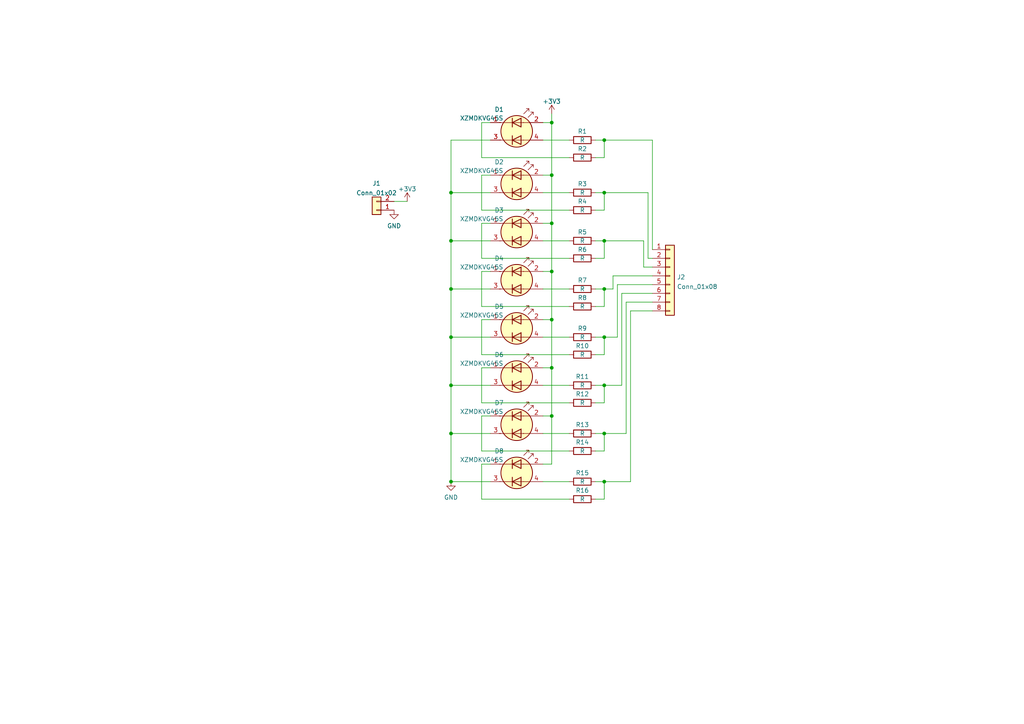
<source format=kicad_sch>
(kicad_sch (version 20211123) (generator eeschema)
  (paper "A4")
  (lib_symbols
    (symbol "Connector_Generic:Conn_01x02" (pin_names (offset 1.016) hide)
      (property "Reference" "J" (at 0 2.54 0))
      (property "Value" "Conn_01x02" (at 0 -5.08 0))
      (symbol "Conn_01x02_1_1"
        (rectangle (start -1.27 -2.413) (end 0 -2.667) (stroke (width 0.1524)))
        (rectangle (start -1.27 0.127) (end 0 -0.127) (stroke (width 0.1524)))
        (rectangle (start -1.27 1.27) (end 1.27 -3.81) (stroke (width 0.254)) (fill (type background)))
        (pin passive line (at -5.08 0 0) (length 3.81) (name "Pin_1") (number "1"))
        (pin passive line (at -5.08 -2.54 0) (length 3.81) (name "Pin_2") (number "2"))
      )
    )
    (symbol "Connector_Generic:Conn_01x08" (pin_names (offset 1.016) hide)
      (property "Reference" "J" (at 0 10.16 0))
      (property "Value" "Conn_01x08" (at 0 -12.7 0))
      (symbol "Conn_01x08_1_1"
        (rectangle (start -1.27 -10.033) (end 0 -10.287) (stroke (width 0.1524)))
        (rectangle (start -1.27 -7.493) (end 0 -7.747) (stroke (width 0.1524)))
        (rectangle (start -1.27 -4.953) (end 0 -5.207) (stroke (width 0.1524)))
        (rectangle (start -1.27 -2.413) (end 0 -2.667) (stroke (width 0.1524)))
        (rectangle (start -1.27 0.127) (end 0 -0.127) (stroke (width 0.1524)))
        (rectangle (start -1.27 2.667) (end 0 2.413) (stroke (width 0.1524)))
        (rectangle (start -1.27 5.207) (end 0 4.953) (stroke (width 0.1524)))
        (rectangle (start -1.27 7.747) (end 0 7.493) (stroke (width 0.1524)))
        (rectangle (start -1.27 8.89) (end 1.27 -11.43) (stroke (width 0.254)) (fill (type background)))
        (pin passive line (at -5.08 7.62 0) (length 3.81) (name "Pin_1") (number "1"))
        (pin passive line (at -5.08 5.08 0) (length 3.81) (name "Pin_2") (number "2"))
        (pin passive line (at -5.08 2.54 0) (length 3.81) (name "Pin_3") (number "3"))
        (pin passive line (at -5.08 0 0) (length 3.81) (name "Pin_4") (number "4"))
        (pin passive line (at -5.08 -2.54 0) (length 3.81) (name "Pin_5") (number "5"))
        (pin passive line (at -5.08 -5.08 0) (length 3.81) (name "Pin_6") (number "6"))
        (pin passive line (at -5.08 -7.62 0) (length 3.81) (name "Pin_7") (number "7"))
        (pin passive line (at -5.08 -10.16 0) (length 3.81) (name "Pin_8") (number "8"))
      )
    )
    (symbol "Device:LED_Dual_KAKA" (pin_names (offset 0) hide)
      (property "Reference" "D" (at 0 5.715 0))
      (property "Value" "LED_Dual_KAKA" (at 0 -6.35 0))
      (symbol "LED_Dual_KAKA_0_1"
        (polyline (pts (xy -5.08 -2.54) (xy 2.032 -2.54)))
        (polyline (pts (xy -5.08 2.54) (xy 2.032 2.54)))
        (polyline (pts (xy -1.27 -1.27) (xy -1.27 -3.81)) (stroke (width 0.254)))
        (polyline (pts (xy -1.27 3.81) (xy -1.27 1.27)) (stroke (width 0.254)))
        (polyline (pts (xy 3.81 -2.54) (xy 1.905 -2.54)))
        (polyline (pts (xy 3.81 2.54) (xy 1.905 2.54)))
        (polyline (pts (xy 1.27 -1.27) (xy 1.27 -3.81) (xy -1.27 -2.54) (xy 1.27 -1.27)) (stroke (width 0.254)))
        (polyline (pts (xy 1.27 3.81) (xy 1.27 1.27) (xy -1.27 2.54) (xy 1.27 3.81)) (stroke (width 0.254)))
        (polyline (pts (xy 2.032 5.08) (xy 3.556 6.604) (xy 2.794 6.604) (xy 3.556 6.604) (xy 3.556 5.842)))
        (polyline (pts (xy 3.302 4.064) (xy 4.826 5.588) (xy 4.064 5.588) (xy 4.826 5.588) (xy 4.826 4.826)))
        (circle (center 0 0) (radius 4.572) (stroke (width 0.254)) (fill (type background)))
      )
      (symbol "LED_Dual_KAKA_1_1"
        (pin input line (at -7.62 2.54 0) (length 3.048) (name "A1") (number "1"))
        (pin input line (at 7.62 2.54 180) (length 3.81) (name "K1") (number "2"))
        (pin input line (at -7.62 -2.54 0) (length 3.048) (name "A2") (number "3"))
        (pin input line (at 7.62 -2.54 180) (length 3.81) (name "K2") (number "4"))
      )
    )
    (symbol "Device:R" (pin_numbers hide) (pin_names (offset 0))
      (property "Reference" "R" (at 2.032 0 90))
      (property "Value" "R" (at 0 0 90))
      (symbol "R_0_1"
        (rectangle (start -1.016 -2.54) (end 1.016 2.54) (stroke (width 0.254)))
      )
      (symbol "R_1_1"
        (pin passive line (at 0 3.81 270) (length 1.27) (name "~") (number "1"))
        (pin passive line (at 0 -3.81 90) (length 1.27) (name "~") (number "2"))
      )
    )
    (symbol "power:+3.3V" (power) (pin_names (offset 0))
      (property "Value" "+3.3V" (at 0 3.556 0))
      (symbol "+3.3V_0_1"
        (polyline (pts (xy -0.762 1.27) (xy 0 2.54)))
        (polyline (pts (xy 0 0) (xy 0 2.54)))
        (polyline (pts (xy 0 2.54) (xy 0.762 1.27)))
      )
      (symbol "+3.3V_1_1"
        (pin power_in line (at 0 0 90) (length 0) hide (name "+3V3") (number "1"))
      )
    )
    (symbol "power:GND" (power) (pin_names (offset 0))
      (property "Value" "GND" (at 0 -3.81 0))
      (symbol "GND_0_1"
        (polyline (pts (xy 0 0) (xy 0 -1.27) (xy 1.27 -1.27) (xy 0 -2.54) (xy -1.27 -1.27) (xy 0 -1.27)))
      )
      (symbol "GND_1_1"
        (pin power_in line (at 0 0 270) (length 0) hide (name "GND") (number "1"))
      )
    )
  )
  (junction (at 130.81 111.76))
  (junction (at 130.81 97.79))
  (junction (at 160.02 50.8))
  (junction (at 175.26 40.64))
  (junction (at 160.02 35.56))
  (junction (at 130.81 139.7))
  (junction (at 175.26 125.73))
  (junction (at 130.81 69.85))
  (junction (at 160.02 78.74))
  (junction (at 175.26 55.88))
  (junction (at 130.81 55.88))
  (junction (at 130.81 83.82))
  (junction (at 130.81 125.73))
  (junction (at 175.26 139.7))
  (junction (at 175.26 83.82))
  (junction (at 175.26 69.85))
  (junction (at 175.26 97.79))
  (junction (at 160.02 92.71))
  (junction (at 160.02 106.68))
  (junction (at 160.02 120.65))
  (junction (at 160.02 64.77))
  (junction (at 175.26 111.76))
  (wire (pts (xy 130.81 97.79) (xy 142.24 97.79)))
  (wire (pts (xy 139.7 88.9) (xy 139.7 78.74)))
  (wire (pts (xy 175.26 83.82) (xy 177.8 83.82)))
  (wire (pts (xy 175.26 97.79) (xy 179.07 97.79)))
  (wire (pts (xy 187.96 74.93) (xy 187.96 55.88)))
  (wire (pts (xy 160.02 106.68) (xy 160.02 120.65)))
  (wire (pts (xy 175.26 45.72) (xy 175.26 40.64)))
  (wire (pts (xy 139.7 35.56) (xy 142.24 35.56)))
  (wire (pts (xy 165.1 45.72) (xy 139.7 45.72)))
  (wire (pts (xy 165.1 88.9) (xy 139.7 88.9)))
  (wire (pts (xy 186.69 69.85) (xy 186.69 77.47)))
  (wire (pts (xy 118.11 58.42) (xy 114.3 58.42)))
  (wire (pts (xy 139.7 144.78) (xy 139.7 134.62)))
  (wire (pts (xy 189.23 72.39) (xy 189.23 40.64)))
  (wire (pts (xy 139.7 64.77) (xy 142.24 64.77)))
  (wire (pts (xy 157.48 55.88) (xy 165.1 55.88)))
  (wire (pts (xy 172.72 74.93) (xy 175.26 74.93)))
  (wire (pts (xy 172.72 45.72) (xy 175.26 45.72)))
  (wire (pts (xy 139.7 78.74) (xy 142.24 78.74)))
  (wire (pts (xy 139.7 45.72) (xy 139.7 35.56)))
  (wire (pts (xy 180.34 85.09) (xy 180.34 111.76)))
  (wire (pts (xy 177.8 80.01) (xy 177.8 83.82)))
  (wire (pts (xy 160.02 120.65) (xy 157.48 120.65)))
  (wire (pts (xy 130.81 125.73) (xy 142.24 125.73)))
  (wire (pts (xy 139.7 74.93) (xy 139.7 64.77)))
  (wire (pts (xy 130.81 69.85) (xy 142.24 69.85)))
  (wire (pts (xy 139.7 92.71) (xy 142.24 92.71)))
  (wire (pts (xy 157.48 125.73) (xy 165.1 125.73)))
  (wire (pts (xy 172.72 69.85) (xy 175.26 69.85)))
  (wire (pts (xy 165.1 116.84) (xy 139.7 116.84)))
  (wire (pts (xy 130.81 97.79) (xy 130.81 111.76)))
  (wire (pts (xy 175.26 69.85) (xy 186.69 69.85)))
  (wire (pts (xy 130.81 55.88) (xy 142.24 55.88)))
  (wire (pts (xy 172.72 139.7) (xy 175.26 139.7)))
  (wire (pts (xy 139.7 120.65) (xy 142.24 120.65)))
  (wire (pts (xy 175.26 74.93) (xy 175.26 69.85)))
  (wire (pts (xy 175.26 111.76) (xy 180.34 111.76)))
  (wire (pts (xy 172.72 83.82) (xy 175.26 83.82)))
  (wire (pts (xy 189.23 90.17) (xy 182.88 90.17)))
  (wire (pts (xy 160.02 50.8) (xy 160.02 64.77)))
  (wire (pts (xy 160.02 134.62) (xy 157.48 134.62)))
  (wire (pts (xy 181.61 87.63) (xy 189.23 87.63)))
  (wire (pts (xy 142.24 40.64) (xy 130.81 40.64)))
  (wire (pts (xy 157.48 111.76) (xy 165.1 111.76)))
  (wire (pts (xy 172.72 116.84) (xy 175.26 116.84)))
  (wire (pts (xy 130.81 83.82) (xy 130.81 97.79)))
  (wire (pts (xy 139.7 106.68) (xy 142.24 106.68)))
  (wire (pts (xy 165.1 74.93) (xy 139.7 74.93)))
  (wire (pts (xy 181.61 125.73) (xy 181.61 87.63)))
  (wire (pts (xy 130.81 40.64) (xy 130.81 55.88)))
  (wire (pts (xy 157.48 97.79) (xy 165.1 97.79)))
  (wire (pts (xy 172.72 40.64) (xy 175.26 40.64)))
  (wire (pts (xy 157.48 83.82) (xy 165.1 83.82)))
  (wire (pts (xy 175.26 60.96) (xy 175.26 55.88)))
  (wire (pts (xy 175.26 116.84) (xy 175.26 111.76)))
  (wire (pts (xy 172.72 55.88) (xy 175.26 55.88)))
  (wire (pts (xy 189.23 85.09) (xy 180.34 85.09)))
  (wire (pts (xy 130.81 69.85) (xy 130.81 83.82)))
  (wire (pts (xy 189.23 82.55) (xy 179.07 82.55)))
  (wire (pts (xy 160.02 78.74) (xy 157.48 78.74)))
  (wire (pts (xy 175.26 55.88) (xy 187.96 55.88)))
  (wire (pts (xy 165.1 144.78) (xy 139.7 144.78)))
  (wire (pts (xy 130.81 125.73) (xy 130.81 139.7)))
  (wire (pts (xy 160.02 106.68) (xy 157.48 106.68)))
  (wire (pts (xy 139.7 50.8) (xy 142.24 50.8)))
  (wire (pts (xy 139.7 60.96) (xy 139.7 50.8)))
  (wire (pts (xy 165.1 102.87) (xy 139.7 102.87)))
  (wire (pts (xy 189.23 77.47) (xy 186.69 77.47)))
  (wire (pts (xy 160.02 120.65) (xy 160.02 134.62)))
  (wire (pts (xy 172.72 111.76) (xy 175.26 111.76)))
  (wire (pts (xy 157.48 69.85) (xy 165.1 69.85)))
  (wire (pts (xy 160.02 64.77) (xy 160.02 78.74)))
  (wire (pts (xy 130.81 139.7) (xy 142.24 139.7)))
  (wire (pts (xy 160.02 35.56) (xy 160.02 50.8)))
  (wire (pts (xy 160.02 92.71) (xy 160.02 106.68)))
  (wire (pts (xy 175.26 139.7) (xy 182.88 139.7)))
  (wire (pts (xy 139.7 116.84) (xy 139.7 106.68)))
  (wire (pts (xy 175.26 40.64) (xy 189.23 40.64)))
  (wire (pts (xy 172.72 97.79) (xy 175.26 97.79)))
  (wire (pts (xy 179.07 82.55) (xy 179.07 97.79)))
  (wire (pts (xy 160.02 92.71) (xy 157.48 92.71)))
  (wire (pts (xy 157.48 35.56) (xy 160.02 35.56)))
  (wire (pts (xy 172.72 125.73) (xy 175.26 125.73)))
  (wire (pts (xy 130.81 55.88) (xy 130.81 69.85)))
  (wire (pts (xy 172.72 102.87) (xy 175.26 102.87)))
  (wire (pts (xy 165.1 130.81) (xy 139.7 130.81)))
  (wire (pts (xy 175.26 125.73) (xy 181.61 125.73)))
  (wire (pts (xy 139.7 134.62) (xy 142.24 134.62)))
  (wire (pts (xy 130.81 111.76) (xy 130.81 125.73)))
  (wire (pts (xy 157.48 139.7) (xy 165.1 139.7)))
  (wire (pts (xy 175.26 130.81) (xy 175.26 125.73)))
  (wire (pts (xy 182.88 90.17) (xy 182.88 139.7)))
  (wire (pts (xy 172.72 60.96) (xy 175.26 60.96)))
  (wire (pts (xy 175.26 144.78) (xy 175.26 139.7)))
  (wire (pts (xy 160.02 78.74) (xy 160.02 92.71)))
  (wire (pts (xy 139.7 130.81) (xy 139.7 120.65)))
  (wire (pts (xy 175.26 102.87) (xy 175.26 97.79)))
  (wire (pts (xy 160.02 64.77) (xy 157.48 64.77)))
  (wire (pts (xy 189.23 74.93) (xy 187.96 74.93)))
  (wire (pts (xy 157.48 40.64) (xy 165.1 40.64)))
  (wire (pts (xy 157.48 50.8) (xy 160.02 50.8)))
  (wire (pts (xy 172.72 130.81) (xy 175.26 130.81)))
  (wire (pts (xy 189.23 80.01) (xy 177.8 80.01)))
  (wire (pts (xy 130.81 83.82) (xy 142.24 83.82)))
  (wire (pts (xy 165.1 60.96) (xy 139.7 60.96)))
  (wire (pts (xy 175.26 88.9) (xy 175.26 83.82)))
  (wire (pts (xy 139.7 102.87) (xy 139.7 92.71)))
  (wire (pts (xy 130.81 111.76) (xy 142.24 111.76)))
  (wire (pts (xy 172.72 144.78) (xy 175.26 144.78)))
  (wire (pts (xy 172.72 88.9) (xy 175.26 88.9)))
  (wire (pts (xy 160.02 35.56) (xy 160.02 33.02)))
  (symbol (lib_id "Device:R") (at 168.91 83.82 270) (unit 1)
    (property "Reference" "R7" (at 168.91 81.28 90))
    (property "Value" "R" (at 168.91 83.82 90))
    (property "Footprint" "Resistor_SMD:R_0603_1608Metric" (effects hide))
  )
  (symbol (lib_id "Device:R") (at 168.91 97.79 270) (unit 1)
    (property "Reference" "R9" (at 168.91 95.25 90))
    (property "Value" "R" (at 168.91 97.79 90))
    (property "Footprint" "Resistor_SMD:R_0603_1608Metric" (effects hide))
  )
  (symbol (lib_id "Device:R") (at 168.91 40.64 270) (unit 1)
    (property "Reference" "R1" (at 168.91 38.1 90))
    (property "Value" "R" (at 168.91 40.64 90))
    (property "Footprint" "Resistor_SMD:R_0603_1608Metric" (effects hide))
  )
  (symbol (lib_id "power:GND") (at 130.81 139.7 0) (unit 1)
    (property "Reference" "#PWR0104" (effects hide))
    (property "Value" "GND" (at 130.81 144.2625 0))
  )
  (symbol (lib_id "power:GND") (at 114.3 60.96 0) (unit 1)
    (property "Reference" "#PWR0102" (effects hide))
    (property "Value" "GND" (at 114.3 65.5225 0))
  )
  (symbol (lib_id "Device:LED_Dual_KAKA") (at 149.86 53.34 0) (unit 1)
    (property "Reference" "D2" (at 144.78 46.99 0))
    (property "Value" "XZMDKVG45S" (at 139.7 49.53 0))
    (property "Footprint" "Evan's misc parts:LED_XZM2CRKM2DGFBB45SCCB" (effects hide))
  )
  (symbol (lib_id "power:+3.3V") (at 160.02 33.02 0) (unit 1)
    (property "Reference" "#PWR0101" (effects hide))
    (property "Value" "+3.3V" (at 160.02 29.4155 0))
  )
  (symbol (lib_id "Device:LED_Dual_KAKA") (at 149.86 109.22 0) (unit 1)
    (property "Reference" "D6" (at 144.78 102.87 0))
    (property "Value" "XZMDKVG45S" (at 139.7 105.41 0))
    (property "Footprint" "Evan's misc parts:LED_XZM2CRKM2DGFBB45SCCB" (effects hide))
  )
  (symbol (lib_id "Device:LED_Dual_KAKA") (at 149.86 137.16 0) (unit 1)
    (property "Reference" "D8" (at 144.78 130.81 0))
    (property "Value" "XZMDKVG45S" (at 139.7 133.35 0))
    (property "Footprint" "Evan's misc parts:LED_XZM2CRKM2DGFBB45SCCB" (effects hide))
  )
  (symbol (lib_id "Device:R") (at 168.91 139.7 270) (unit 1)
    (property "Reference" "R15" (at 168.91 137.16 90))
    (property "Value" "R" (at 168.91 139.7 90))
    (property "Footprint" "Resistor_SMD:R_0603_1608Metric" (effects hide))
  )
  (symbol (lib_id "Device:R") (at 168.91 111.76 270) (unit 1)
    (property "Reference" "R11" (at 168.91 109.22 90))
    (property "Value" "R" (at 168.91 111.76 90))
    (property "Footprint" "Resistor_SMD:R_0603_1608Metric" (effects hide))
  )
  (symbol (lib_id "Device:R") (at 168.91 130.81 270) (unit 1)
    (property "Reference" "R14" (at 168.91 128.27 90))
    (property "Value" "R" (at 168.91 130.81 90))
    (property "Footprint" "Resistor_SMD:R_0603_1608Metric" (effects hide))
  )
  (symbol (lib_id "Connector_Generic:Conn_01x02") (at 109.22 60.96 180) (unit 1)
    (property "Reference" "J1" (at 109.22 53.1835 0))
    (property "Value" "Conn_01x02" (at 109.22 55.9586 0))
    (property "Footprint" "Connector_PinHeader_2.54mm:PinHeader_1x02_P2.54mm_Vertical" (effects hide))
  )
  (symbol (lib_id "Device:LED_Dual_KAKA") (at 149.86 123.19 0) (unit 1)
    (property "Reference" "D7" (at 144.78 116.84 0))
    (property "Value" "XZMDKVG45S" (at 139.7 119.38 0))
    (property "Footprint" "Evan's misc parts:LED_XZM2CRKM2DGFBB45SCCB" (effects hide))
  )
  (symbol (lib_id "Device:R") (at 168.91 102.87 270) (unit 1)
    (property "Reference" "R10" (at 168.91 100.33 90))
    (property "Value" "R" (at 168.91 102.87 90))
    (property "Footprint" "Resistor_SMD:R_0603_1608Metric" (effects hide))
  )
  (symbol (lib_id "Device:R") (at 168.91 74.93 270) (unit 1)
    (property "Reference" "R6" (at 168.91 72.39 90))
    (property "Value" "R" (at 168.91 74.93 90))
    (property "Footprint" "Resistor_SMD:R_0603_1608Metric" (effects hide))
  )
  (symbol (lib_id "Device:R") (at 168.91 88.9 270) (unit 1)
    (property "Reference" "R8" (at 168.91 86.36 90))
    (property "Value" "R" (at 168.91 88.9 90))
    (property "Footprint" "Resistor_SMD:R_0603_1608Metric" (effects hide))
  )
  (symbol (lib_id "Device:R") (at 168.91 144.78 270) (unit 1)
    (property "Reference" "R16" (at 168.91 142.24 90))
    (property "Value" "R" (at 168.91 144.78 90))
    (property "Footprint" "Resistor_SMD:R_0603_1608Metric" (effects hide))
  )
  (symbol (lib_id "Device:R") (at 168.91 55.88 270) (unit 1)
    (property "Reference" "R3" (at 168.91 53.34 90))
    (property "Value" "R" (at 168.91 55.88 90))
    (property "Footprint" "Resistor_SMD:R_0603_1608Metric" (effects hide))
  )
  (symbol (lib_id "Device:LED_Dual_KAKA") (at 149.86 95.25 0) (unit 1)
    (property "Reference" "D5" (at 144.78 88.9 0))
    (property "Value" "XZMDKVG45S" (at 139.7 91.44 0))
    (property "Footprint" "Evan's misc parts:LED_XZM2CRKM2DGFBB45SCCB" (effects hide))
  )
  (symbol (lib_id "Device:LED_Dual_KAKA") (at 149.86 67.31 0) (unit 1)
    (property "Reference" "D3" (at 144.78 60.96 0))
    (property "Value" "XZMDKVG45S" (at 139.7 63.5 0))
    (property "Footprint" "Evan's misc parts:LED_XZM2CRKM2DGFBB45SCCB" (effects hide))
  )
  (symbol (lib_id "power:+3.3V") (at 118.11 58.42 0) (unit 1)
    (property "Reference" "#PWR0103" (effects hide))
    (property "Value" "+3.3V" (at 118.11 54.8155 0))
  )
  (symbol (lib_id "Device:R") (at 168.91 125.73 270) (unit 1)
    (property "Reference" "R13" (at 168.91 123.19 90))
    (property "Value" "R" (at 168.91 125.73 90))
    (property "Footprint" "Resistor_SMD:R_0603_1608Metric" (effects hide))
  )
  (symbol (lib_id "Device:LED_Dual_KAKA") (at 149.86 38.1 0) (unit 1)
    (property "Reference" "D1" (at 144.78 31.75 0))
    (property "Value" "XZMDKVG45S" (at 139.7 34.29 0))
    (property "Footprint" "Evan's misc parts:LED_XZM2CRKM2DGFBB45SCCB" (effects hide))
  )
  (symbol (lib_id "Device:LED_Dual_KAKA") (at 149.86 81.28 0) (unit 1)
    (property "Reference" "D4" (at 144.78 74.93 0))
    (property "Value" "XZMDKVG45S" (at 139.7 77.47 0))
    (property "Footprint" "Evan's misc parts:LED_XZM2CRKM2DGFBB45SCCB" (effects hide))
  )
  (symbol (lib_id "Device:R") (at 168.91 45.72 270) (unit 1)
    (property "Reference" "R2" (at 168.91 43.18 90))
    (property "Value" "R" (at 168.91 45.72 90))
    (property "Footprint" "Resistor_SMD:R_0603_1608Metric" (effects hide))
  )
  (symbol (lib_id "Device:R") (at 168.91 116.84 270) (unit 1)
    (property "Reference" "R12" (at 168.91 114.3 90))
    (property "Value" "R" (at 168.91 116.84 90))
    (property "Footprint" "Resistor_SMD:R_0603_1608Metric" (effects hide))
  )
  (symbol (lib_id "Connector_Generic:Conn_01x08") (at 194.31 80.01 0) (unit 1)
    (property "Reference" "J2" (at 196.342 80.3715 0) (effects (justify left)))
    (property "Value" "Conn_01x08" (at 196.342 83.1466 0) (effects (justify left)))
    (property "Footprint" "Connector_PinSocket_2.54mm:PinSocket_1x08_P2.54mm_Vertical" (effects hide))
  )
  (symbol (lib_id "Device:R") (at 168.91 69.85 270) (unit 1)
    (property "Reference" "R5" (at 168.91 67.31 90))
    (property "Value" "R" (at 168.91 69.85 90))
    (property "Footprint" "Resistor_SMD:R_0603_1608Metric" (effects hide))
  )
  (symbol (lib_id "Device:R") (at 168.91 60.96 270) (unit 1)
    (property "Reference" "R4" (at 168.91 58.42 90))
    (property "Value" "R" (at 168.91 60.96 90))
    (property "Footprint" "Resistor_SMD:R_0603_1608Metric" (effects hide))
  )
)
</source>
